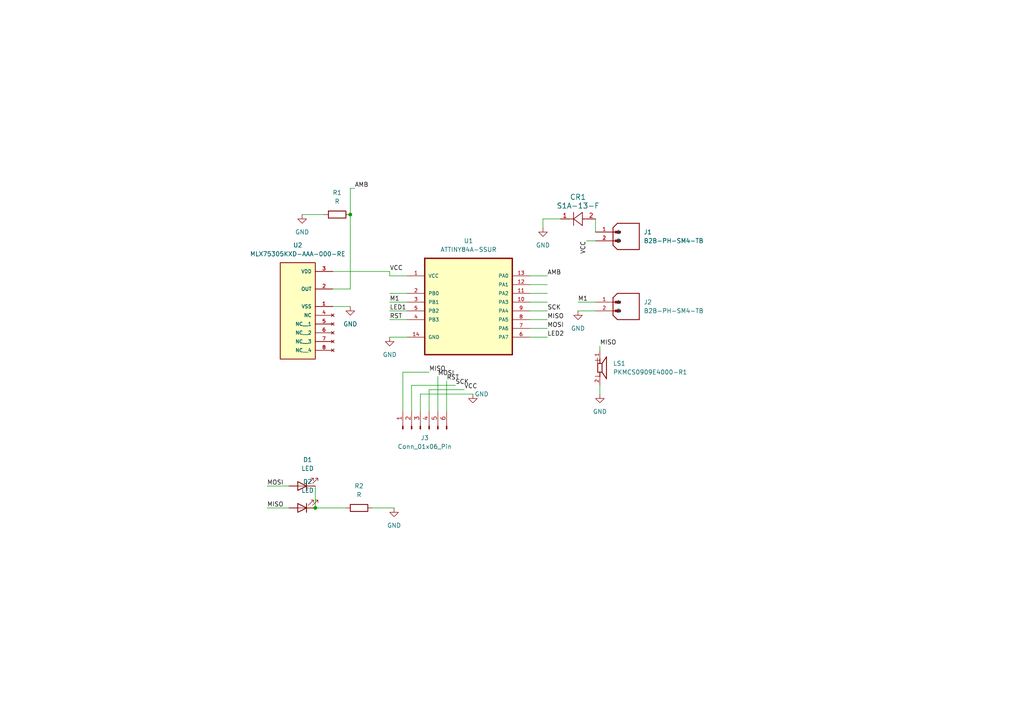
<source format=kicad_sch>
(kicad_sch (version 20230121) (generator eeschema)

  (uuid 94253f1c-f5f5-4d01-a40d-5fc11f8d42e4)

  (paper "A4")

  (lib_symbols
    (symbol "Connector:Conn_01x06_Pin" (pin_names (offset 1.016) hide) (in_bom yes) (on_board yes)
      (property "Reference" "J" (at 0 7.62 0)
        (effects (font (size 1.27 1.27)))
      )
      (property "Value" "Conn_01x06_Pin" (at 0 -10.16 0)
        (effects (font (size 1.27 1.27)))
      )
      (property "Footprint" "" (at 0 0 0)
        (effects (font (size 1.27 1.27)) hide)
      )
      (property "Datasheet" "~" (at 0 0 0)
        (effects (font (size 1.27 1.27)) hide)
      )
      (property "ki_locked" "" (at 0 0 0)
        (effects (font (size 1.27 1.27)))
      )
      (property "ki_keywords" "connector" (at 0 0 0)
        (effects (font (size 1.27 1.27)) hide)
      )
      (property "ki_description" "Generic connector, single row, 01x06, script generated" (at 0 0 0)
        (effects (font (size 1.27 1.27)) hide)
      )
      (property "ki_fp_filters" "Connector*:*_1x??_*" (at 0 0 0)
        (effects (font (size 1.27 1.27)) hide)
      )
      (symbol "Conn_01x06_Pin_1_1"
        (polyline
          (pts
            (xy 1.27 -7.62)
            (xy 0.8636 -7.62)
          )
          (stroke (width 0.1524) (type default))
          (fill (type none))
        )
        (polyline
          (pts
            (xy 1.27 -5.08)
            (xy 0.8636 -5.08)
          )
          (stroke (width 0.1524) (type default))
          (fill (type none))
        )
        (polyline
          (pts
            (xy 1.27 -2.54)
            (xy 0.8636 -2.54)
          )
          (stroke (width 0.1524) (type default))
          (fill (type none))
        )
        (polyline
          (pts
            (xy 1.27 0)
            (xy 0.8636 0)
          )
          (stroke (width 0.1524) (type default))
          (fill (type none))
        )
        (polyline
          (pts
            (xy 1.27 2.54)
            (xy 0.8636 2.54)
          )
          (stroke (width 0.1524) (type default))
          (fill (type none))
        )
        (polyline
          (pts
            (xy 1.27 5.08)
            (xy 0.8636 5.08)
          )
          (stroke (width 0.1524) (type default))
          (fill (type none))
        )
        (rectangle (start 0.8636 -7.493) (end 0 -7.747)
          (stroke (width 0.1524) (type default))
          (fill (type outline))
        )
        (rectangle (start 0.8636 -4.953) (end 0 -5.207)
          (stroke (width 0.1524) (type default))
          (fill (type outline))
        )
        (rectangle (start 0.8636 -2.413) (end 0 -2.667)
          (stroke (width 0.1524) (type default))
          (fill (type outline))
        )
        (rectangle (start 0.8636 0.127) (end 0 -0.127)
          (stroke (width 0.1524) (type default))
          (fill (type outline))
        )
        (rectangle (start 0.8636 2.667) (end 0 2.413)
          (stroke (width 0.1524) (type default))
          (fill (type outline))
        )
        (rectangle (start 0.8636 5.207) (end 0 4.953)
          (stroke (width 0.1524) (type default))
          (fill (type outline))
        )
        (pin passive line (at 5.08 5.08 180) (length 3.81)
          (name "Pin_1" (effects (font (size 1.27 1.27))))
          (number "1" (effects (font (size 1.27 1.27))))
        )
        (pin passive line (at 5.08 2.54 180) (length 3.81)
          (name "Pin_2" (effects (font (size 1.27 1.27))))
          (number "2" (effects (font (size 1.27 1.27))))
        )
        (pin passive line (at 5.08 0 180) (length 3.81)
          (name "Pin_3" (effects (font (size 1.27 1.27))))
          (number "3" (effects (font (size 1.27 1.27))))
        )
        (pin passive line (at 5.08 -2.54 180) (length 3.81)
          (name "Pin_4" (effects (font (size 1.27 1.27))))
          (number "4" (effects (font (size 1.27 1.27))))
        )
        (pin passive line (at 5.08 -5.08 180) (length 3.81)
          (name "Pin_5" (effects (font (size 1.27 1.27))))
          (number "5" (effects (font (size 1.27 1.27))))
        )
        (pin passive line (at 5.08 -7.62 180) (length 3.81)
          (name "Pin_6" (effects (font (size 1.27 1.27))))
          (number "6" (effects (font (size 1.27 1.27))))
        )
      )
    )
    (symbol "Device:LED" (pin_numbers hide) (pin_names (offset 1.016) hide) (in_bom yes) (on_board yes)
      (property "Reference" "D" (at 0 2.54 0)
        (effects (font (size 1.27 1.27)))
      )
      (property "Value" "LED" (at 0 -2.54 0)
        (effects (font (size 1.27 1.27)))
      )
      (property "Footprint" "" (at 0 0 0)
        (effects (font (size 1.27 1.27)) hide)
      )
      (property "Datasheet" "~" (at 0 0 0)
        (effects (font (size 1.27 1.27)) hide)
      )
      (property "ki_keywords" "LED diode" (at 0 0 0)
        (effects (font (size 1.27 1.27)) hide)
      )
      (property "ki_description" "Light emitting diode" (at 0 0 0)
        (effects (font (size 1.27 1.27)) hide)
      )
      (property "ki_fp_filters" "LED* LED_SMD:* LED_THT:*" (at 0 0 0)
        (effects (font (size 1.27 1.27)) hide)
      )
      (symbol "LED_0_1"
        (polyline
          (pts
            (xy -1.27 -1.27)
            (xy -1.27 1.27)
          )
          (stroke (width 0.254) (type default))
          (fill (type none))
        )
        (polyline
          (pts
            (xy -1.27 0)
            (xy 1.27 0)
          )
          (stroke (width 0) (type default))
          (fill (type none))
        )
        (polyline
          (pts
            (xy 1.27 -1.27)
            (xy 1.27 1.27)
            (xy -1.27 0)
            (xy 1.27 -1.27)
          )
          (stroke (width 0.254) (type default))
          (fill (type none))
        )
        (polyline
          (pts
            (xy -3.048 -0.762)
            (xy -4.572 -2.286)
            (xy -3.81 -2.286)
            (xy -4.572 -2.286)
            (xy -4.572 -1.524)
          )
          (stroke (width 0) (type default))
          (fill (type none))
        )
        (polyline
          (pts
            (xy -1.778 -0.762)
            (xy -3.302 -2.286)
            (xy -2.54 -2.286)
            (xy -3.302 -2.286)
            (xy -3.302 -1.524)
          )
          (stroke (width 0) (type default))
          (fill (type none))
        )
      )
      (symbol "LED_1_1"
        (pin passive line (at -3.81 0 0) (length 2.54)
          (name "K" (effects (font (size 1.27 1.27))))
          (number "1" (effects (font (size 1.27 1.27))))
        )
        (pin passive line (at 3.81 0 180) (length 2.54)
          (name "A" (effects (font (size 1.27 1.27))))
          (number "2" (effects (font (size 1.27 1.27))))
        )
      )
    )
    (symbol "Device:R" (pin_numbers hide) (pin_names (offset 0)) (in_bom yes) (on_board yes)
      (property "Reference" "R" (at 2.032 0 90)
        (effects (font (size 1.27 1.27)))
      )
      (property "Value" "R" (at 0 0 90)
        (effects (font (size 1.27 1.27)))
      )
      (property "Footprint" "" (at -1.778 0 90)
        (effects (font (size 1.27 1.27)) hide)
      )
      (property "Datasheet" "~" (at 0 0 0)
        (effects (font (size 1.27 1.27)) hide)
      )
      (property "ki_keywords" "R res resistor" (at 0 0 0)
        (effects (font (size 1.27 1.27)) hide)
      )
      (property "ki_description" "Resistor" (at 0 0 0)
        (effects (font (size 1.27 1.27)) hide)
      )
      (property "ki_fp_filters" "R_*" (at 0 0 0)
        (effects (font (size 1.27 1.27)) hide)
      )
      (symbol "R_0_1"
        (rectangle (start -1.016 -2.54) (end 1.016 2.54)
          (stroke (width 0.254) (type default))
          (fill (type none))
        )
      )
      (symbol "R_1_1"
        (pin passive line (at 0 3.81 270) (length 1.27)
          (name "~" (effects (font (size 1.27 1.27))))
          (number "1" (effects (font (size 1.27 1.27))))
        )
        (pin passive line (at 0 -3.81 90) (length 1.27)
          (name "~" (effects (font (size 1.27 1.27))))
          (number "2" (effects (font (size 1.27 1.27))))
        )
      )
    )
    (symbol "New_Library:ATTINY84A-SSUR" (pin_names (offset 1.016)) (in_bom yes) (on_board yes)
      (property "Reference" "U" (at -5.7181 12.5037 0)
        (effects (font (size 1.27 1.27)) (justify left bottom))
      )
      (property "Value" "ATTINY84A-SSUR" (at -4.0465 -22.2429 0)
        (effects (font (size 1.27 1.27)) (justify left bottom))
      )
      (property "Footprint" "ATTINY84A-SSUR:SOIC127P600X175-14N" (at 0 0 0)
        (effects (font (size 1.27 1.27)) (justify bottom) hide)
      )
      (property "Datasheet" "" (at 0 0 0)
        (effects (font (size 1.27 1.27)) hide)
      )
      (property "MPN" "ATTINY84A-SSUR" (at 0 0 0)
        (effects (font (size 1.27 1.27)) (justify bottom) hide)
      )
      (property "OC_FARNELL" "1636955" (at 0 0 0)
        (effects (font (size 1.27 1.27)) (justify bottom) hide)
      )
      (property "OC_NEWARK" "03P2040" (at 0 0 0)
        (effects (font (size 1.27 1.27)) (justify bottom) hide)
      )
      (property "SUPPLIER" "Atmel" (at 0 0 0)
        (effects (font (size 1.27 1.27)) (justify bottom) hide)
      )
      (property "PACKAGE" "SOIC-14" (at 0 0 0)
        (effects (font (size 1.27 1.27)) (justify bottom) hide)
      )
      (symbol "ATTINY84A-SSUR_0_0"
        (rectangle (start -12.7 -17.78) (end 12.7 10.16)
          (stroke (width 0.4064) (type default))
          (fill (type background))
        )
        (pin power_in line (at -17.78 5.08 0) (length 5.08)
          (name "VCC" (effects (font (size 1.016 1.016))))
          (number "1" (effects (font (size 1.016 1.016))))
        )
        (pin bidirectional line (at 17.78 -2.54 180) (length 5.08)
          (name "PA3" (effects (font (size 1.016 1.016))))
          (number "10" (effects (font (size 1.016 1.016))))
        )
        (pin bidirectional line (at 17.78 0 180) (length 5.08)
          (name "PA2" (effects (font (size 1.016 1.016))))
          (number "11" (effects (font (size 1.016 1.016))))
        )
        (pin bidirectional line (at 17.78 2.54 180) (length 5.08)
          (name "PA1" (effects (font (size 1.016 1.016))))
          (number "12" (effects (font (size 1.016 1.016))))
        )
        (pin bidirectional line (at 17.78 5.08 180) (length 5.08)
          (name "PA0" (effects (font (size 1.016 1.016))))
          (number "13" (effects (font (size 1.016 1.016))))
        )
        (pin passive line (at -17.78 -12.7 0) (length 5.08)
          (name "GND" (effects (font (size 1.016 1.016))))
          (number "14" (effects (font (size 1.016 1.016))))
        )
        (pin bidirectional line (at -17.78 0 0) (length 5.08)
          (name "PB0" (effects (font (size 1.016 1.016))))
          (number "2" (effects (font (size 1.016 1.016))))
        )
        (pin bidirectional line (at -17.78 -2.54 0) (length 5.08)
          (name "PB1" (effects (font (size 1.016 1.016))))
          (number "3" (effects (font (size 1.016 1.016))))
        )
        (pin bidirectional line (at -17.78 -7.62 0) (length 5.08)
          (name "PB3" (effects (font (size 1.016 1.016))))
          (number "4" (effects (font (size 1.016 1.016))))
        )
        (pin bidirectional line (at -17.78 -5.08 0) (length 5.08)
          (name "PB2" (effects (font (size 1.016 1.016))))
          (number "5" (effects (font (size 1.016 1.016))))
        )
        (pin bidirectional line (at 17.78 -12.7 180) (length 5.08)
          (name "PA7" (effects (font (size 1.016 1.016))))
          (number "6" (effects (font (size 1.016 1.016))))
        )
        (pin bidirectional line (at 17.78 -10.16 180) (length 5.08)
          (name "PA6" (effects (font (size 1.016 1.016))))
          (number "7" (effects (font (size 1.016 1.016))))
        )
        (pin bidirectional line (at 17.78 -7.62 180) (length 5.08)
          (name "PA5" (effects (font (size 1.016 1.016))))
          (number "8" (effects (font (size 1.016 1.016))))
        )
        (pin bidirectional line (at 17.78 -5.08 180) (length 5.08)
          (name "PA4" (effects (font (size 1.016 1.016))))
          (number "9" (effects (font (size 1.016 1.016))))
        )
      )
    )
    (symbol "New_Library:B2B-PH-SM4-TB" (pin_names (offset 1.016)) (in_bom yes) (on_board yes)
      (property "Reference" "J" (at 0 6.35 0)
        (effects (font (size 1.27 1.27)) (justify left bottom))
      )
      (property "Value" "B2B-PH-SM4-TB" (at 0 -5.08 0)
        (effects (font (size 1.27 1.27)) (justify left bottom))
      )
      (property "Footprint" "B2B-PH-SM4-TB:JST_B2B-PH-SM4-TB" (at 0 0 0)
        (effects (font (size 1.27 1.27)) (justify bottom) hide)
      )
      (property "Datasheet" "" (at 0 0 0)
        (effects (font (size 1.27 1.27)) hide)
      )
      (property "PARTREV" "N/A" (at 0 0 0)
        (effects (font (size 1.27 1.27)) (justify bottom) hide)
      )
      (property "MANUFACTURER" "JST" (at 0 0 0)
        (effects (font (size 1.27 1.27)) (justify bottom) hide)
      )
      (property "MAXIMUM_PACKAGE_HEIGHT" "6.6 mm" (at 0 0 0)
        (effects (font (size 1.27 1.27)) (justify bottom) hide)
      )
      (property "STANDARD" "Manufacturer Recommendations" (at 0 0 0)
        (effects (font (size 1.27 1.27)) (justify bottom) hide)
      )
      (symbol "B2B-PH-SM4-TB_0_0"
        (polyline
          (pts
            (xy 0 -1.27)
            (xy 1.27 -2.54)
          )
          (stroke (width 0.254) (type default))
          (fill (type none))
        )
        (polyline
          (pts
            (xy 0 0)
            (xy 1.905 0)
          )
          (stroke (width 0.254) (type default))
          (fill (type none))
        )
        (polyline
          (pts
            (xy 0 2.54)
            (xy 0 -1.27)
          )
          (stroke (width 0.254) (type default))
          (fill (type none))
        )
        (polyline
          (pts
            (xy 0 2.54)
            (xy 1.905 2.54)
          )
          (stroke (width 0.254) (type default))
          (fill (type none))
        )
        (polyline
          (pts
            (xy 0 3.81)
            (xy 0 2.54)
          )
          (stroke (width 0.254) (type default))
          (fill (type none))
        )
        (polyline
          (pts
            (xy 0 3.81)
            (xy 1.27 5.08)
          )
          (stroke (width 0.254) (type default))
          (fill (type none))
        )
        (polyline
          (pts
            (xy 1.27 -2.54)
            (xy 7.62 -2.54)
          )
          (stroke (width 0.254) (type default))
          (fill (type none))
        )
        (polyline
          (pts
            (xy 7.62 -2.54)
            (xy 7.62 5.08)
          )
          (stroke (width 0.254) (type default))
          (fill (type none))
        )
        (polyline
          (pts
            (xy 7.62 5.08)
            (xy 1.27 5.08)
          )
          (stroke (width 0.254) (type default))
          (fill (type none))
        )
        (rectangle (start 0.635 -0.3175) (end 2.2225 0.3175)
          (stroke (width 0.1) (type default))
          (fill (type outline))
        )
        (rectangle (start 0.635 2.2225) (end 2.2225 2.8575)
          (stroke (width 0.1) (type default))
          (fill (type outline))
        )
        (pin passive line (at -5.08 2.54 0) (length 5.08)
          (name "1" (effects (font (size 1.016 1.016))))
          (number "1" (effects (font (size 1.016 1.016))))
        )
        (pin passive line (at -5.08 0 0) (length 5.08)
          (name "2" (effects (font (size 1.016 1.016))))
          (number "2" (effects (font (size 1.016 1.016))))
        )
      )
    )
    (symbol "New_Library:MLX75305KXD-AAA-000-RE" (pin_names (offset 1.016)) (in_bom yes) (on_board yes)
      (property "Reference" "U" (at -5.08 8.128 0)
        (effects (font (size 1.27 1.27)) (justify left bottom))
      )
      (property "Value" "MLX75305KXD-AAA-000-RE" (at -5.08 -22.86 0)
        (effects (font (size 1.27 1.27)) (justify left bottom))
      )
      (property "Footprint" "MLX75305KXD-AAA-000-RE:SOIC127P599X175-8N" (at 0 0 0)
        (effects (font (size 1.27 1.27)) (justify bottom) hide)
      )
      (property "Datasheet" "" (at 0 0 0)
        (effects (font (size 1.27 1.27)) hide)
      )
      (property "PARTREV" "REVISION 9 - OCTOBER 17, 2016" (at 0 0 0)
        (effects (font (size 1.27 1.27)) (justify bottom) hide)
      )
      (property "STANDARD" "IPC 7351B" (at 0 0 0)
        (effects (font (size 1.27 1.27)) (justify bottom) hide)
      )
      (property "MAXIMUM_PACKAGE_HEIGHT" "1.55mm" (at 0 0 0)
        (effects (font (size 1.27 1.27)) (justify bottom) hide)
      )
      (property "MANUFACTURER" "Melexis Technologies NV" (at 0 0 0)
        (effects (font (size 1.27 1.27)) (justify bottom) hide)
      )
      (symbol "MLX75305KXD-AAA-000-RE_0_0"
        (rectangle (start -5.08 -20.32) (end 5.08 7.62)
          (stroke (width 0.254) (type default))
          (fill (type background))
        )
        (pin power_in line (at 10.16 -5.08 180) (length 5.08)
          (name "VSS" (effects (font (size 1.016 1.016))))
          (number "1" (effects (font (size 1.016 1.016))))
        )
        (pin output line (at 10.16 0 180) (length 5.08)
          (name "OUT" (effects (font (size 1.016 1.016))))
          (number "2" (effects (font (size 1.016 1.016))))
        )
        (pin power_in line (at 10.16 5.08 180) (length 5.08)
          (name "VDD" (effects (font (size 1.016 1.016))))
          (number "3" (effects (font (size 1.016 1.016))))
        )
        (pin no_connect line (at 10.16 -7.62 180) (length 5.08)
          (name "NC" (effects (font (size 1.016 1.016))))
          (number "4" (effects (font (size 1.016 1.016))))
        )
        (pin no_connect line (at 10.16 -10.16 180) (length 5.08)
          (name "NC__1" (effects (font (size 1.016 1.016))))
          (number "5" (effects (font (size 1.016 1.016))))
        )
        (pin no_connect line (at 10.16 -12.7 180) (length 5.08)
          (name "NC__2" (effects (font (size 1.016 1.016))))
          (number "6" (effects (font (size 1.016 1.016))))
        )
        (pin no_connect line (at 10.16 -15.24 180) (length 5.08)
          (name "NC__3" (effects (font (size 1.016 1.016))))
          (number "7" (effects (font (size 1.016 1.016))))
        )
        (pin no_connect line (at 10.16 -17.78 180) (length 5.08)
          (name "NC__4" (effects (font (size 1.016 1.016))))
          (number "8" (effects (font (size 1.016 1.016))))
        )
      )
    )
    (symbol "New_Library:PKMCS0909E4000-R1" (pin_names (offset 1.016)) (in_bom yes) (on_board yes)
      (property "Reference" "LS" (at -3.82 8.9133 0)
        (effects (font (size 1.27 1.27)) (justify left bottom))
      )
      (property "Value" "PKMCS0909E4000-R1" (at -3.823 -11.469 0)
        (effects (font (size 1.27 1.27)) (justify left bottom))
      )
      (property "Footprint" "PKMCS0909E4000-R1:SPKR_PKMCS0909E4000-R1" (at 0 0 0)
        (effects (font (size 1.27 1.27)) (justify bottom) hide)
      )
      (property "Datasheet" "" (at 0 0 0)
        (effects (font (size 1.27 1.27)) hide)
      )
      (property "PARTREV" "May 22, 2020" (at 0 0 0)
        (effects (font (size 1.27 1.27)) (justify bottom) hide)
      )
      (property "MANUFACTURER" "Murata Electronics" (at 0 0 0)
        (effects (font (size 1.27 1.27)) (justify bottom) hide)
      )
      (property "MAXIMUM_PACKAGE_HEIGHT" "1.9 mm" (at 0 0 0)
        (effects (font (size 1.27 1.27)) (justify bottom) hide)
      )
      (property "STANDARD" "Manufacturer Recommendations" (at 0 0 0)
        (effects (font (size 1.27 1.27)) (justify bottom) hide)
      )
      (symbol "PKMCS0909E4000-R1_0_0"
        (polyline
          (pts
            (xy -0.635 -1.27)
            (xy -0.635 1.27)
          )
          (stroke (width 0.254) (type default))
          (fill (type none))
        )
        (polyline
          (pts
            (xy -0.635 1.27)
            (xy 0 1.27)
          )
          (stroke (width 0.254) (type default))
          (fill (type none))
        )
        (polyline
          (pts
            (xy 0 -1.27)
            (xy -0.635 -1.27)
          )
          (stroke (width 0.254) (type default))
          (fill (type none))
        )
        (polyline
          (pts
            (xy 0 -1.27)
            (xy 0 -2.54)
          )
          (stroke (width 0.254) (type default))
          (fill (type none))
        )
        (polyline
          (pts
            (xy 0 1.27)
            (xy 0 2.54)
          )
          (stroke (width 0.254) (type default))
          (fill (type none))
        )
        (polyline
          (pts
            (xy 0 1.27)
            (xy 0.635 1.27)
          )
          (stroke (width 0.254) (type default))
          (fill (type none))
        )
        (polyline
          (pts
            (xy 0.635 -1.27)
            (xy 0 -1.27)
          )
          (stroke (width 0.254) (type default))
          (fill (type none))
        )
        (polyline
          (pts
            (xy 0.635 1.27)
            (xy 0.635 -1.27)
          )
          (stroke (width 0.254) (type default))
          (fill (type none))
        )
        (polyline
          (pts
            (xy 0.635 1.27)
            (xy 1.905 3.175)
          )
          (stroke (width 0.254) (type default))
          (fill (type none))
        )
        (polyline
          (pts
            (xy 1.905 -3.175)
            (xy 0.635 -1.27)
          )
          (stroke (width 0.254) (type default))
          (fill (type none))
        )
        (polyline
          (pts
            (xy 1.905 3.175)
            (xy 1.905 -3.175)
          )
          (stroke (width 0.254) (type default))
          (fill (type none))
        )
        (text "+" (at -1.905 1.27 0)
          (effects (font (size 1.778 1.778)) (justify left bottom))
        )
        (text "-" (at -1.905 -1.27 0)
          (effects (font (size 1.778 1.778)) (justify left top))
        )
        (pin passive line (at 0 5.08 270) (length 2.54)
          (name "~" (effects (font (size 1.016 1.016))))
          (number "1" (effects (font (size 1.016 1.016))))
        )
        (pin passive line (at 0 -5.08 90) (length 2.54)
          (name "~" (effects (font (size 1.016 1.016))))
          (number "2" (effects (font (size 1.016 1.016))))
        )
      )
    )
    (symbol "New_Library:S1A-13-F" (pin_names (offset 0.254)) (in_bom yes) (on_board yes)
      (property "Reference" "CR" (at 5.08 4.445 0)
        (effects (font (size 1.524 1.524)))
      )
      (property "Value" "S1A-13-F" (at 5.08 -3.81 0)
        (effects (font (size 1.524 1.524)))
      )
      (property "Footprint" "SMA_DIO" (at 0 0 0)
        (effects (font (size 1.27 1.27) italic) hide)
      )
      (property "Datasheet" "S1A-13-F" (at 0 0 0)
        (effects (font (size 1.27 1.27) italic) hide)
      )
      (property "ki_locked" "" (at 0 0 0)
        (effects (font (size 1.27 1.27)))
      )
      (property "ki_keywords" "S1A-13-F" (at 0 0 0)
        (effects (font (size 1.27 1.27)) hide)
      )
      (property "ki_fp_filters" "SMA_DIO SMA_DIO-M SMA_DIO-L" (at 0 0 0)
        (effects (font (size 1.27 1.27)) hide)
      )
      (symbol "S1A-13-F_1_1"
        (polyline
          (pts
            (xy 2.54 0)
            (xy 3.4798 0)
          )
          (stroke (width 0.2032) (type default))
          (fill (type none))
        )
        (polyline
          (pts
            (xy 3.175 0)
            (xy 3.81 0)
          )
          (stroke (width 0.2032) (type default))
          (fill (type none))
        )
        (polyline
          (pts
            (xy 3.81 -1.905)
            (xy 6.35 0)
          )
          (stroke (width 0.2032) (type default))
          (fill (type none))
        )
        (polyline
          (pts
            (xy 3.81 1.905)
            (xy 3.81 -1.905)
          )
          (stroke (width 0.2032) (type default))
          (fill (type none))
        )
        (polyline
          (pts
            (xy 6.35 -1.905)
            (xy 6.35 1.905)
          )
          (stroke (width 0.2032) (type default))
          (fill (type none))
        )
        (polyline
          (pts
            (xy 6.35 0)
            (xy 3.81 1.905)
          )
          (stroke (width 0.2032) (type default))
          (fill (type none))
        )
        (polyline
          (pts
            (xy 6.35 0)
            (xy 7.62 0)
          )
          (stroke (width 0.2032) (type default))
          (fill (type none))
        )
        (pin unspecified line (at 10.16 0 180) (length 2.54)
          (name "" (effects (font (size 1.27 1.27))))
          (number "1" (effects (font (size 1.27 1.27))))
        )
        (pin unspecified line (at 0 0 0) (length 2.54)
          (name "" (effects (font (size 1.27 1.27))))
          (number "2" (effects (font (size 1.27 1.27))))
        )
      )
      (symbol "S1A-13-F_1_2"
        (polyline
          (pts
            (xy -1.905 3.81)
            (xy 1.905 3.81)
          )
          (stroke (width 0.2032) (type default))
          (fill (type none))
        )
        (polyline
          (pts
            (xy 0 2.54)
            (xy 0 3.4798)
          )
          (stroke (width 0.2032) (type default))
          (fill (type none))
        )
        (polyline
          (pts
            (xy 0 3.175)
            (xy 0 3.81)
          )
          (stroke (width 0.2032) (type default))
          (fill (type none))
        )
        (polyline
          (pts
            (xy 0 6.35)
            (xy -1.905 3.81)
          )
          (stroke (width 0.2032) (type default))
          (fill (type none))
        )
        (polyline
          (pts
            (xy 0 6.35)
            (xy 0 7.62)
          )
          (stroke (width 0.2032) (type default))
          (fill (type none))
        )
        (polyline
          (pts
            (xy 1.905 3.81)
            (xy 0 6.35)
          )
          (stroke (width 0.2032) (type default))
          (fill (type none))
        )
        (polyline
          (pts
            (xy 1.905 6.35)
            (xy -1.905 6.35)
          )
          (stroke (width 0.2032) (type default))
          (fill (type none))
        )
        (pin unspecified line (at 0 10.16 270) (length 2.54)
          (name "" (effects (font (size 1.27 1.27))))
          (number "1" (effects (font (size 1.27 1.27))))
        )
        (pin unspecified line (at 0 0 90) (length 2.54)
          (name "" (effects (font (size 1.27 1.27))))
          (number "2" (effects (font (size 1.27 1.27))))
        )
      )
    )
    (symbol "power:GND" (power) (pin_names (offset 0)) (in_bom yes) (on_board yes)
      (property "Reference" "#PWR" (at 0 -6.35 0)
        (effects (font (size 1.27 1.27)) hide)
      )
      (property "Value" "GND" (at 0 -3.81 0)
        (effects (font (size 1.27 1.27)))
      )
      (property "Footprint" "" (at 0 0 0)
        (effects (font (size 1.27 1.27)) hide)
      )
      (property "Datasheet" "" (at 0 0 0)
        (effects (font (size 1.27 1.27)) hide)
      )
      (property "ki_keywords" "global power" (at 0 0 0)
        (effects (font (size 1.27 1.27)) hide)
      )
      (property "ki_description" "Power symbol creates a global label with name \"GND\" , ground" (at 0 0 0)
        (effects (font (size 1.27 1.27)) hide)
      )
      (symbol "GND_0_1"
        (polyline
          (pts
            (xy 0 0)
            (xy 0 -1.27)
            (xy 1.27 -1.27)
            (xy 0 -2.54)
            (xy -1.27 -1.27)
            (xy 0 -1.27)
          )
          (stroke (width 0) (type default))
          (fill (type none))
        )
      )
      (symbol "GND_1_1"
        (pin power_in line (at 0 0 270) (length 0) hide
          (name "GND" (effects (font (size 1.27 1.27))))
          (number "1" (effects (font (size 1.27 1.27))))
        )
      )
    )
  )

  (junction (at 101.6 62.23) (diameter 0) (color 0 0 0 0)
    (uuid 71b902e2-fc28-44c9-bd96-73fabac24248)
  )
  (junction (at 91.44 147.32) (diameter 0) (color 0 0 0 0)
    (uuid 8048f774-a0a4-4419-b699-469d7d54c8f4)
  )

  (wire (pts (xy 96.52 88.9) (xy 101.6 88.9))
    (stroke (width 0) (type default))
    (uuid 00e03511-143d-4626-abde-f08fbabb56b8)
  )
  (wire (pts (xy 157.48 63.5) (xy 162.56 63.5))
    (stroke (width 0) (type default))
    (uuid 01927979-35b4-44f5-b1ab-6a8961bcd43d)
  )
  (wire (pts (xy 173.99 100.33) (xy 173.99 101.6))
    (stroke (width 0) (type default))
    (uuid 027142d9-459c-4dee-b5c9-78b44060ee13)
  )
  (wire (pts (xy 172.72 63.5) (xy 172.72 67.31))
    (stroke (width 0) (type default))
    (uuid 02c0d21e-5b0a-4960-bdd2-80637b04803d)
  )
  (wire (pts (xy 153.67 95.25) (xy 158.75 95.25))
    (stroke (width 0) (type default))
    (uuid 033d9321-5b31-4883-b6a5-3e8321e6fc8d)
  )
  (wire (pts (xy 113.03 92.71) (xy 118.11 92.71))
    (stroke (width 0) (type default))
    (uuid 072de5de-1cd7-486d-99d6-cde35e79bbbe)
  )
  (wire (pts (xy 170.18 69.85) (xy 172.72 69.85))
    (stroke (width 0) (type default))
    (uuid 0e74e66c-52d3-4ecd-893f-884247cc0347)
  )
  (wire (pts (xy 77.47 147.32) (xy 83.82 147.32))
    (stroke (width 0) (type default))
    (uuid 1534d820-2b7e-4587-a371-4a5221dc7598)
  )
  (wire (pts (xy 101.6 83.82) (xy 101.6 62.23))
    (stroke (width 0) (type default))
    (uuid 1bed2611-f10d-4b39-9a47-6ab26f5accb5)
  )
  (wire (pts (xy 101.6 54.61) (xy 102.87 54.61))
    (stroke (width 0) (type default))
    (uuid 1d953de4-bcd3-4441-ace4-db60122ae7fc)
  )
  (wire (pts (xy 113.03 85.09) (xy 118.11 85.09))
    (stroke (width 0) (type default))
    (uuid 3336cf84-6ec2-4d85-bda6-70e17baf5286)
  )
  (wire (pts (xy 167.64 87.63) (xy 172.72 87.63))
    (stroke (width 0) (type default))
    (uuid 39eec4ec-18bd-4884-ab06-9c6fbc954b53)
  )
  (wire (pts (xy 157.48 66.04) (xy 157.48 63.5))
    (stroke (width 0) (type default))
    (uuid 3f2cd7f6-9111-4151-af71-840849550063)
  )
  (wire (pts (xy 91.44 147.32) (xy 100.33 147.32))
    (stroke (width 0) (type default))
    (uuid 40bfcce0-5997-4854-bf84-ef0f4e5d7408)
  )
  (wire (pts (xy 87.63 62.23) (xy 93.98 62.23))
    (stroke (width 0) (type default))
    (uuid 4afb6bb6-9de8-497b-a2f8-d6595cd9920b)
  )
  (wire (pts (xy 113.03 97.79) (xy 118.11 97.79))
    (stroke (width 0) (type default))
    (uuid 500486bb-8343-4ece-ac7a-e03db9e25de4)
  )
  (wire (pts (xy 124.46 113.03) (xy 124.46 119.38))
    (stroke (width 0) (type default))
    (uuid 52082b3e-fa7f-4b3d-a6b2-195938c31ead)
  )
  (wire (pts (xy 77.47 140.97) (xy 83.82 140.97))
    (stroke (width 0) (type default))
    (uuid 5337be93-e63a-428d-a036-40c46f0ac894)
  )
  (wire (pts (xy 121.92 119.38) (xy 121.92 114.3))
    (stroke (width 0) (type default))
    (uuid 5cb54381-5f51-449f-bddf-fc290457df48)
  )
  (wire (pts (xy 153.67 80.01) (xy 158.75 80.01))
    (stroke (width 0) (type default))
    (uuid 5ecd5ee6-952c-4ea8-afb6-5d2e388ee270)
  )
  (wire (pts (xy 153.67 90.17) (xy 158.75 90.17))
    (stroke (width 0) (type default))
    (uuid 609b234e-0739-45cb-af30-be4e9affb122)
  )
  (wire (pts (xy 91.44 140.97) (xy 91.44 147.32))
    (stroke (width 0) (type default))
    (uuid 62f81027-3eb9-4c63-89e7-9329a7ad2d09)
  )
  (wire (pts (xy 153.67 82.55) (xy 158.75 82.55))
    (stroke (width 0) (type default))
    (uuid 64420692-c8ac-4e5a-be0d-20f13bc094cf)
  )
  (wire (pts (xy 173.99 111.76) (xy 173.99 114.3))
    (stroke (width 0) (type default))
    (uuid 646c27c9-6017-4f20-8c52-8e59162639ad)
  )
  (wire (pts (xy 113.03 90.17) (xy 118.11 90.17))
    (stroke (width 0) (type default))
    (uuid 6852d491-1db9-4d86-b637-ceb1630039bc)
  )
  (wire (pts (xy 113.03 80.01) (xy 118.11 80.01))
    (stroke (width 0) (type default))
    (uuid 68cb0022-97d9-466c-a0e4-b68927f74665)
  )
  (wire (pts (xy 96.52 78.74) (xy 113.03 78.74))
    (stroke (width 0) (type default))
    (uuid 6f5df97b-92b4-434b-a821-262aea54dcd2)
  )
  (wire (pts (xy 121.92 114.3) (xy 137.16 114.3))
    (stroke (width 0) (type default))
    (uuid 74f6795f-a07e-4ff7-bc19-10e89f022386)
  )
  (wire (pts (xy 134.62 113.03) (xy 124.46 113.03))
    (stroke (width 0) (type default))
    (uuid 7ae8714a-5a0f-4380-b08b-cce6a7b00a2f)
  )
  (wire (pts (xy 153.67 87.63) (xy 158.75 87.63))
    (stroke (width 0) (type default))
    (uuid 7daa5f42-b229-429a-822d-cfa0254a78d1)
  )
  (wire (pts (xy 119.38 111.76) (xy 119.38 119.38))
    (stroke (width 0) (type default))
    (uuid 7dc1cd65-1119-4603-a482-05920d985e03)
  )
  (wire (pts (xy 96.52 83.82) (xy 101.6 83.82))
    (stroke (width 0) (type default))
    (uuid 8e42b3b1-dedf-4219-a6a2-13488588565c)
  )
  (wire (pts (xy 127 109.22) (xy 127 119.38))
    (stroke (width 0) (type default))
    (uuid 97ade9b9-b12c-4df8-af81-0ce872526bf0)
  )
  (wire (pts (xy 129.54 110.49) (xy 129.54 119.38))
    (stroke (width 0) (type default))
    (uuid 9c1bdd05-ac3d-4733-98e8-f1115f2e47c3)
  )
  (wire (pts (xy 113.03 87.63) (xy 118.11 87.63))
    (stroke (width 0) (type default))
    (uuid 9e8d2980-a157-4c50-8f51-3a9baf506b80)
  )
  (wire (pts (xy 153.67 92.71) (xy 158.75 92.71))
    (stroke (width 0) (type default))
    (uuid b2ac17b1-9bb6-41d8-aa2c-6fa3dc6a8821)
  )
  (wire (pts (xy 153.67 97.79) (xy 158.75 97.79))
    (stroke (width 0) (type default))
    (uuid b8d9535c-d544-4fce-b526-bbd26314d2e1)
  )
  (wire (pts (xy 153.67 85.09) (xy 158.75 85.09))
    (stroke (width 0) (type default))
    (uuid bbe22684-7b31-43a3-954b-f52a8b89c173)
  )
  (wire (pts (xy 113.03 78.74) (xy 113.03 80.01))
    (stroke (width 0) (type default))
    (uuid c1c7f008-c03d-4230-aba1-9827c1ccae4e)
  )
  (wire (pts (xy 167.64 90.17) (xy 172.72 90.17))
    (stroke (width 0) (type default))
    (uuid c48c4d6a-140f-485c-8312-9a3330df7fef)
  )
  (wire (pts (xy 107.95 147.32) (xy 114.3 147.32))
    (stroke (width 0) (type default))
    (uuid d3f5f881-8937-4b17-b980-2800056f458a)
  )
  (wire (pts (xy 101.6 62.23) (xy 101.6 54.61))
    (stroke (width 0) (type default))
    (uuid d7829e8f-a8b1-41f2-aba4-fa10b517fe41)
  )
  (wire (pts (xy 116.84 107.95) (xy 124.46 107.95))
    (stroke (width 0) (type default))
    (uuid e475ca8f-f06e-4622-9c52-08faafffbe1f)
  )
  (wire (pts (xy 132.08 111.76) (xy 119.38 111.76))
    (stroke (width 0) (type default))
    (uuid e87a6619-4571-498b-ad2f-21ef621bc6ea)
  )
  (wire (pts (xy 116.84 119.38) (xy 116.84 107.95))
    (stroke (width 0) (type default))
    (uuid ea841b0c-dd73-4c25-94e1-818a6f0ae2d5)
  )

  (label "MOSI" (at 158.75 95.25 0) (fields_autoplaced)
    (effects (font (size 1.27 1.27)) (justify left bottom))
    (uuid 0fed02bc-bca3-4bf1-a638-5bd5b576d126)
  )
  (label "M1" (at 167.64 87.63 0) (fields_autoplaced)
    (effects (font (size 1.27 1.27)) (justify left bottom))
    (uuid 123837e1-2488-4d26-9af4-46a1d70a2d12)
  )
  (label "RST" (at 113.03 92.71 0) (fields_autoplaced)
    (effects (font (size 1.27 1.27)) (justify left bottom))
    (uuid 15247fc1-23c7-4881-a528-2df9ffa7792b)
  )
  (label "MISO" (at 124.46 107.95 0) (fields_autoplaced)
    (effects (font (size 1.27 1.27)) (justify left bottom))
    (uuid 228ef959-a3bf-420d-98d6-31879292aa90)
  )
  (label "SCK" (at 132.08 111.76 0) (fields_autoplaced)
    (effects (font (size 1.27 1.27)) (justify left bottom))
    (uuid 36faaba7-f1f5-47b9-8418-2e3bb51e4f30)
  )
  (label "AMB" (at 102.87 54.61 0) (fields_autoplaced)
    (effects (font (size 1.27 1.27)) (justify left bottom))
    (uuid 4f0efe0e-8a10-4adb-93ab-19d66d350aa6)
  )
  (label "AMB" (at 158.75 80.01 0) (fields_autoplaced)
    (effects (font (size 1.27 1.27)) (justify left bottom))
    (uuid 624dc287-33bf-4495-866b-ad50ac6ac36d)
  )
  (label "MISO" (at 173.99 100.33 0) (fields_autoplaced)
    (effects (font (size 1.27 1.27)) (justify left bottom))
    (uuid 734d3c40-ed4f-4fb4-885b-228aea20f37e)
  )
  (label "VCC" (at 113.03 78.74 0) (fields_autoplaced)
    (effects (font (size 1.27 1.27)) (justify left bottom))
    (uuid 8fbc5bcb-440a-4ebb-b7ce-52711de1dcaa)
  )
  (label "MISO" (at 158.75 92.71 0) (fields_autoplaced)
    (effects (font (size 1.27 1.27)) (justify left bottom))
    (uuid a46d71c2-d545-4277-9be5-ae0fa8e07128)
  )
  (label "VCC" (at 170.18 69.85 270) (fields_autoplaced)
    (effects (font (size 1.27 1.27)) (justify right bottom))
    (uuid b4b6e683-a740-4445-9afb-4a5868d6e0ec)
  )
  (label "LED2" (at 158.75 97.79 0) (fields_autoplaced)
    (effects (font (size 1.27 1.27)) (justify left bottom))
    (uuid bb35bc39-f20e-4023-b5dc-211c473c976a)
  )
  (label "MOSI" (at 127 109.22 0) (fields_autoplaced)
    (effects (font (size 1.27 1.27)) (justify left bottom))
    (uuid ceb451e8-8131-40fd-95b6-c48f88a2650b)
  )
  (label "LED1" (at 113.03 90.17 0) (fields_autoplaced)
    (effects (font (size 1.27 1.27)) (justify left bottom))
    (uuid cfca7f1a-dff7-4da7-9685-e22e5beb10b0)
  )
  (label "RST" (at 129.54 110.49 0) (fields_autoplaced)
    (effects (font (size 1.27 1.27)) (justify left bottom))
    (uuid d26e8c7e-7415-4c39-9833-d95a087633e1)
  )
  (label "M1" (at 113.03 87.63 0) (fields_autoplaced)
    (effects (font (size 1.27 1.27)) (justify left bottom))
    (uuid dd08ffea-ad53-48f2-965f-38d482e36da2)
  )
  (label "VCC" (at 134.62 113.03 0) (fields_autoplaced)
    (effects (font (size 1.27 1.27)) (justify left bottom))
    (uuid e1e900dc-27d1-4540-8fb1-acf95b757c32)
  )
  (label "MOSI" (at 77.47 140.97 0) (fields_autoplaced)
    (effects (font (size 1.27 1.27)) (justify left bottom))
    (uuid eec4c7bb-33da-4a62-a7ac-6539e96547b2)
  )
  (label "SCK" (at 158.75 90.17 0) (fields_autoplaced)
    (effects (font (size 1.27 1.27)) (justify left bottom))
    (uuid f8c4ad3b-be82-468e-8732-39932bf54137)
  )
  (label "MISO" (at 77.47 147.32 0) (fields_autoplaced)
    (effects (font (size 1.27 1.27)) (justify left bottom))
    (uuid fe2aed71-fa18-4a08-a599-079ebfa89e16)
  )

  (symbol (lib_id "power:GND") (at 114.3 147.32 0) (unit 1)
    (in_bom yes) (on_board yes) (dnp no) (fields_autoplaced)
    (uuid 08d20b6d-f302-4889-b06e-3fa8a05f76f8)
    (property "Reference" "#PWR06" (at 114.3 153.67 0)
      (effects (font (size 1.27 1.27)) hide)
    )
    (property "Value" "GND" (at 114.3 152.4 0)
      (effects (font (size 1.27 1.27)))
    )
    (property "Footprint" "" (at 114.3 147.32 0)
      (effects (font (size 1.27 1.27)) hide)
    )
    (property "Datasheet" "" (at 114.3 147.32 0)
      (effects (font (size 1.27 1.27)) hide)
    )
    (pin "1" (uuid 45d6aa33-5cfb-45ea-bd17-49d419a5e594))
    (instances
      (project "bristleBot_V2"
        (path "/94253f1c-f5f5-4d01-a40d-5fc11f8d42e4"
          (reference "#PWR06") (unit 1)
        )
      )
    )
  )

  (symbol (lib_id "New_Library:S1A-13-F") (at 172.72 63.5 180) (unit 1)
    (in_bom yes) (on_board yes) (dnp no) (fields_autoplaced)
    (uuid 226f4f7d-29d7-4b11-b004-972e202e9cec)
    (property "Reference" "CR1" (at 167.64 57.15 0)
      (effects (font (size 1.524 1.524)))
    )
    (property "Value" "S1A-13-F" (at 167.64 59.69 0)
      (effects (font (size 1.524 1.524)))
    )
    (property "Footprint" "SMA_DIO" (at 172.72 63.5 0)
      (effects (font (size 1.27 1.27) italic) hide)
    )
    (property "Datasheet" "S1A-13-F" (at 172.72 63.5 0)
      (effects (font (size 1.27 1.27) italic) hide)
    )
    (pin "2" (uuid 735b17e7-df6e-46bf-a269-c656ce03684c))
    (pin "1" (uuid f7c6a434-79fa-4660-81d0-8d2211543dce))
    (instances
      (project "bristleBot_V2"
        (path "/94253f1c-f5f5-4d01-a40d-5fc11f8d42e4"
          (reference "CR1") (unit 1)
        )
      )
    )
  )

  (symbol (lib_id "Device:LED") (at 87.63 140.97 180) (unit 1)
    (in_bom yes) (on_board yes) (dnp no) (fields_autoplaced)
    (uuid 386a5427-5c5d-4d5d-b107-60d86786ada1)
    (property "Reference" "D1" (at 89.2175 133.35 0)
      (effects (font (size 1.27 1.27)))
    )
    (property "Value" "LED" (at 89.2175 135.89 0)
      (effects (font (size 1.27 1.27)))
    )
    (property "Footprint" "LED_SMD:LED_1206_3216Metric" (at 87.63 140.97 0)
      (effects (font (size 1.27 1.27)) hide)
    )
    (property "Datasheet" "~" (at 87.63 140.97 0)
      (effects (font (size 1.27 1.27)) hide)
    )
    (pin "2" (uuid c8924101-5365-4a8d-8914-763987aa3ec3))
    (pin "1" (uuid 96fdbadb-8317-4410-bf8c-ccad3957729a))
    (instances
      (project "bristleBot_V2"
        (path "/94253f1c-f5f5-4d01-a40d-5fc11f8d42e4"
          (reference "D1") (unit 1)
        )
      )
    )
  )

  (symbol (lib_id "power:GND") (at 173.99 114.3 0) (unit 1)
    (in_bom yes) (on_board yes) (dnp no) (fields_autoplaced)
    (uuid 3a90380d-2bad-4603-950e-ac78db62b1b4)
    (property "Reference" "#PWR03" (at 173.99 120.65 0)
      (effects (font (size 1.27 1.27)) hide)
    )
    (property "Value" "GND" (at 173.99 119.38 0)
      (effects (font (size 1.27 1.27)))
    )
    (property "Footprint" "" (at 173.99 114.3 0)
      (effects (font (size 1.27 1.27)) hide)
    )
    (property "Datasheet" "" (at 173.99 114.3 0)
      (effects (font (size 1.27 1.27)) hide)
    )
    (pin "1" (uuid fb067fe7-999f-4cee-a0e2-5f0a2b854908))
    (instances
      (project "bristleBot_V2"
        (path "/94253f1c-f5f5-4d01-a40d-5fc11f8d42e4"
          (reference "#PWR03") (unit 1)
        )
      )
    )
  )

  (symbol (lib_id "New_Library:B2B-PH-SM4-TB") (at 177.8 90.17 0) (unit 1)
    (in_bom yes) (on_board yes) (dnp no) (fields_autoplaced)
    (uuid 4786334d-faa9-4a48-89e2-7b9f26e9898f)
    (property "Reference" "J2" (at 186.69 87.63 0)
      (effects (font (size 1.27 1.27)) (justify left))
    )
    (property "Value" "B2B-PH-SM4-TB" (at 186.69 90.17 0)
      (effects (font (size 1.27 1.27)) (justify left))
    )
    (property "Footprint" "Library:JST_B2B-PH-SM4-TB" (at 177.8 90.17 0)
      (effects (font (size 1.27 1.27)) (justify bottom) hide)
    )
    (property "Datasheet" "" (at 177.8 90.17 0)
      (effects (font (size 1.27 1.27)) hide)
    )
    (property "PARTREV" "N/A" (at 177.8 90.17 0)
      (effects (font (size 1.27 1.27)) (justify bottom) hide)
    )
    (property "MANUFACTURER" "JST" (at 177.8 90.17 0)
      (effects (font (size 1.27 1.27)) (justify bottom) hide)
    )
    (property "MAXIMUM_PACKAGE_HEIGHT" "6.6 mm" (at 177.8 90.17 0)
      (effects (font (size 1.27 1.27)) (justify bottom) hide)
    )
    (property "STANDARD" "Manufacturer Recommendations" (at 177.8 90.17 0)
      (effects (font (size 1.27 1.27)) (justify bottom) hide)
    )
    (pin "2" (uuid f1a1ef74-a1ea-48d1-8abb-d42354ab1d33))
    (pin "1" (uuid 82ee6090-f76d-4220-b185-6ff1056598a8))
    (instances
      (project "bristleBot_V2"
        (path "/94253f1c-f5f5-4d01-a40d-5fc11f8d42e4"
          (reference "J2") (unit 1)
        )
      )
    )
  )

  (symbol (lib_id "power:GND") (at 101.6 88.9 0) (unit 1)
    (in_bom yes) (on_board yes) (dnp no) (fields_autoplaced)
    (uuid 47ee813c-0d66-4134-bb55-b10fee56b4fc)
    (property "Reference" "#PWR07" (at 101.6 95.25 0)
      (effects (font (size 1.27 1.27)) hide)
    )
    (property "Value" "GND" (at 101.6 93.98 0)
      (effects (font (size 1.27 1.27)))
    )
    (property "Footprint" "" (at 101.6 88.9 0)
      (effects (font (size 1.27 1.27)) hide)
    )
    (property "Datasheet" "" (at 101.6 88.9 0)
      (effects (font (size 1.27 1.27)) hide)
    )
    (pin "1" (uuid 0395ba23-a2bd-499c-8af2-84d8ea5e57b8))
    (instances
      (project "bristleBot_V2"
        (path "/94253f1c-f5f5-4d01-a40d-5fc11f8d42e4"
          (reference "#PWR07") (unit 1)
        )
      )
    )
  )

  (symbol (lib_id "power:GND") (at 137.16 114.3 0) (unit 1)
    (in_bom yes) (on_board yes) (dnp no)
    (uuid 53aa25b8-08cf-4f1c-b256-902cbebbc98c)
    (property "Reference" "#PWR02" (at 137.16 120.65 0)
      (effects (font (size 1.27 1.27)) hide)
    )
    (property "Value" "GND" (at 139.7 114.3 0)
      (effects (font (size 1.27 1.27)))
    )
    (property "Footprint" "" (at 137.16 114.3 0)
      (effects (font (size 1.27 1.27)) hide)
    )
    (property "Datasheet" "" (at 137.16 114.3 0)
      (effects (font (size 1.27 1.27)) hide)
    )
    (pin "1" (uuid 25a6e95f-c490-45cf-84e1-c52452dccea7))
    (instances
      (project "bristleBot_V2"
        (path "/94253f1c-f5f5-4d01-a40d-5fc11f8d42e4"
          (reference "#PWR02") (unit 1)
        )
      )
    )
  )

  (symbol (lib_id "Device:LED") (at 87.63 147.32 180) (unit 1)
    (in_bom yes) (on_board yes) (dnp no) (fields_autoplaced)
    (uuid 60aa743b-5755-4b80-9603-045690d514a9)
    (property "Reference" "D2" (at 89.2175 139.7 0)
      (effects (font (size 1.27 1.27)))
    )
    (property "Value" "LED" (at 89.2175 142.24 0)
      (effects (font (size 1.27 1.27)))
    )
    (property "Footprint" "LED_SMD:LED_1206_3216Metric" (at 87.63 147.32 0)
      (effects (font (size 1.27 1.27)) hide)
    )
    (property "Datasheet" "~" (at 87.63 147.32 0)
      (effects (font (size 1.27 1.27)) hide)
    )
    (pin "2" (uuid c8049f4b-7527-4ed5-8cf0-44545f5cd7cf))
    (pin "1" (uuid d6a84bb0-7ce1-4a0c-8ce2-946996fa0c1d))
    (instances
      (project "bristleBot_V2"
        (path "/94253f1c-f5f5-4d01-a40d-5fc11f8d42e4"
          (reference "D2") (unit 1)
        )
      )
    )
  )

  (symbol (lib_id "power:GND") (at 87.63 62.23 0) (unit 1)
    (in_bom yes) (on_board yes) (dnp no) (fields_autoplaced)
    (uuid 64f9ee86-903d-49a7-9228-6e7f0fffb8a0)
    (property "Reference" "#PWR08" (at 87.63 68.58 0)
      (effects (font (size 1.27 1.27)) hide)
    )
    (property "Value" "GND" (at 87.63 67.31 0)
      (effects (font (size 1.27 1.27)))
    )
    (property "Footprint" "" (at 87.63 62.23 0)
      (effects (font (size 1.27 1.27)) hide)
    )
    (property "Datasheet" "" (at 87.63 62.23 0)
      (effects (font (size 1.27 1.27)) hide)
    )
    (pin "1" (uuid 61590c17-390c-4fcd-bdcc-f07290bb96e6))
    (instances
      (project "bristleBot_V2"
        (path "/94253f1c-f5f5-4d01-a40d-5fc11f8d42e4"
          (reference "#PWR08") (unit 1)
        )
      )
    )
  )

  (symbol (lib_id "Connector:Conn_01x06_Pin") (at 121.92 124.46 90) (unit 1)
    (in_bom yes) (on_board yes) (dnp no) (fields_autoplaced)
    (uuid 6f8e9aee-1b00-488d-92ef-8d770be11e0e)
    (property "Reference" "J3" (at 123.19 127 90)
      (effects (font (size 1.27 1.27)))
    )
    (property "Value" "Conn_01x06_Pin" (at 123.19 129.54 90)
      (effects (font (size 1.27 1.27)))
    )
    (property "Footprint" "Connector_PinHeader_2.54mm:PinHeader_1x06_P2.54mm_Horizontal" (at 121.92 124.46 0)
      (effects (font (size 1.27 1.27)) hide)
    )
    (property "Datasheet" "~" (at 121.92 124.46 0)
      (effects (font (size 1.27 1.27)) hide)
    )
    (pin "3" (uuid 765c4982-2735-40e9-9d76-4938badb3b36))
    (pin "6" (uuid 423bf45b-813e-46ec-ae69-5ce17d4d8042))
    (pin "1" (uuid 0770955d-e276-44a5-b773-a1e8e765794f))
    (pin "2" (uuid c8dc9914-f8bc-4d88-aa9a-2928816b2e91))
    (pin "4" (uuid 2d9fd93d-3a35-472f-b958-cf0f9e843830))
    (pin "5" (uuid 23b05682-3eb0-4a75-86b4-f9f1692f1b6d))
    (instances
      (project "bristleBot_V2"
        (path "/94253f1c-f5f5-4d01-a40d-5fc11f8d42e4"
          (reference "J3") (unit 1)
        )
      )
    )
  )

  (symbol (lib_id "New_Library:PKMCS0909E4000-R1") (at 173.99 106.68 0) (unit 1)
    (in_bom yes) (on_board yes) (dnp no) (fields_autoplaced)
    (uuid 740968d7-95ab-4efe-935d-449835f0b532)
    (property "Reference" "LS1" (at 177.8 105.41 0)
      (effects (font (size 1.27 1.27)) (justify left))
    )
    (property "Value" "PKMCS0909E4000-R1" (at 177.8 107.95 0)
      (effects (font (size 1.27 1.27)) (justify left))
    )
    (property "Footprint" "Library:SPKR_PKMCS0909E4000-R1" (at 173.99 106.68 0)
      (effects (font (size 1.27 1.27)) (justify bottom) hide)
    )
    (property "Datasheet" "" (at 173.99 106.68 0)
      (effects (font (size 1.27 1.27)) hide)
    )
    (property "PARTREV" "May 22, 2020" (at 173.99 106.68 0)
      (effects (font (size 1.27 1.27)) (justify bottom) hide)
    )
    (property "MANUFACTURER" "Murata Electronics" (at 173.99 106.68 0)
      (effects (font (size 1.27 1.27)) (justify bottom) hide)
    )
    (property "MAXIMUM_PACKAGE_HEIGHT" "1.9 mm" (at 173.99 106.68 0)
      (effects (font (size 1.27 1.27)) (justify bottom) hide)
    )
    (property "STANDARD" "Manufacturer Recommendations" (at 173.99 106.68 0)
      (effects (font (size 1.27 1.27)) (justify bottom) hide)
    )
    (pin "1" (uuid fafa66da-68d6-4a4b-af4d-0e44453522a1))
    (pin "2" (uuid 6dacf8c5-6351-47be-950f-b317b520a7a6))
    (instances
      (project "bristleBot_V2"
        (path "/94253f1c-f5f5-4d01-a40d-5fc11f8d42e4"
          (reference "LS1") (unit 1)
        )
      )
    )
  )

  (symbol (lib_id "Device:R") (at 104.14 147.32 90) (unit 1)
    (in_bom yes) (on_board yes) (dnp no) (fields_autoplaced)
    (uuid 90933e03-dfc6-4411-9248-8e7b6c7c158f)
    (property "Reference" "R2" (at 104.14 140.97 90)
      (effects (font (size 1.27 1.27)))
    )
    (property "Value" "R" (at 104.14 143.51 90)
      (effects (font (size 1.27 1.27)))
    )
    (property "Footprint" "Resistor_SMD:R_0805_2012Metric" (at 104.14 149.098 90)
      (effects (font (size 1.27 1.27)) hide)
    )
    (property "Datasheet" "~" (at 104.14 147.32 0)
      (effects (font (size 1.27 1.27)) hide)
    )
    (pin "1" (uuid 4ee9ec6b-f7cb-45bf-ad20-a26fbd28020a))
    (pin "2" (uuid 20cdd31b-28d8-450b-95af-b37a5c870eb3))
    (instances
      (project "bristleBot_V2"
        (path "/94253f1c-f5f5-4d01-a40d-5fc11f8d42e4"
          (reference "R2") (unit 1)
        )
      )
    )
  )

  (symbol (lib_id "New_Library:ATTINY84A-SSUR") (at 135.89 85.09 0) (unit 1)
    (in_bom yes) (on_board yes) (dnp no) (fields_autoplaced)
    (uuid b5dcc487-4ec7-47a6-b9e9-83ffaca1976f)
    (property "Reference" "U1" (at 135.89 69.85 0)
      (effects (font (size 1.27 1.27)))
    )
    (property "Value" "ATTINY84A-SSUR" (at 135.89 72.39 0)
      (effects (font (size 1.27 1.27)))
    )
    (property "Footprint" "Library:SOIC127P600X175-14N" (at 135.89 85.09 0)
      (effects (font (size 1.27 1.27)) (justify bottom) hide)
    )
    (property "Datasheet" "" (at 135.89 85.09 0)
      (effects (font (size 1.27 1.27)) hide)
    )
    (property "MPN" "ATTINY84A-SSUR" (at 135.89 85.09 0)
      (effects (font (size 1.27 1.27)) (justify bottom) hide)
    )
    (property "OC_FARNELL" "1636955" (at 135.89 85.09 0)
      (effects (font (size 1.27 1.27)) (justify bottom) hide)
    )
    (property "OC_NEWARK" "03P2040" (at 135.89 85.09 0)
      (effects (font (size 1.27 1.27)) (justify bottom) hide)
    )
    (property "SUPPLIER" "Atmel" (at 135.89 85.09 0)
      (effects (font (size 1.27 1.27)) (justify bottom) hide)
    )
    (property "PACKAGE" "SOIC-14" (at 135.89 85.09 0)
      (effects (font (size 1.27 1.27)) (justify bottom) hide)
    )
    (pin "5" (uuid cfe1b1e5-1567-4dc3-ba5d-0de352b7b8d9))
    (pin "13" (uuid cb960052-8b19-43da-9272-33a4c3b2b6f3))
    (pin "14" (uuid dc878a1c-b109-4181-ad5b-fe2542fd768d))
    (pin "10" (uuid c5b941f6-33ce-4b2c-807f-94678af1ba48))
    (pin "6" (uuid d5410c7a-3dce-414e-a7bc-36773fecf912))
    (pin "11" (uuid bb5f0580-455a-4e3d-8492-de1bb234728f))
    (pin "12" (uuid 23226540-c555-4081-902b-05af73669d3b))
    (pin "2" (uuid 058ec22c-3746-4116-a55a-73b41a449e30))
    (pin "8" (uuid 4ea75ada-9680-492d-826a-73516cff36f8))
    (pin "3" (uuid 2473b9e2-cbf7-40f9-a000-bd507f309aef))
    (pin "1" (uuid fb007ae5-f1c1-4654-a758-551478ba8242))
    (pin "4" (uuid 31d790e4-0564-4610-ad87-2263719b1718))
    (pin "7" (uuid 691126cb-80eb-4141-8881-a9504b381e64))
    (pin "9" (uuid f3d255fc-9bf9-4341-b4bf-de9856ca2a97))
    (instances
      (project "bristleBot_V2"
        (path "/94253f1c-f5f5-4d01-a40d-5fc11f8d42e4"
          (reference "U1") (unit 1)
        )
      )
    )
  )

  (symbol (lib_id "New_Library:MLX75305KXD-AAA-000-RE") (at 86.36 83.82 0) (unit 1)
    (in_bom yes) (on_board yes) (dnp no) (fields_autoplaced)
    (uuid bb5ffd04-09d7-4bf2-82aa-6d52309a5c2e)
    (property "Reference" "U2" (at 86.36 71.12 0)
      (effects (font (size 1.27 1.27)))
    )
    (property "Value" "MLX75305KXD-AAA-000-RE" (at 86.36 73.66 0)
      (effects (font (size 1.27 1.27)))
    )
    (property "Footprint" "Library:SOIC127P599X175-8N" (at 86.36 83.82 0)
      (effects (font (size 1.27 1.27)) (justify bottom) hide)
    )
    (property "Datasheet" "" (at 86.36 83.82 0)
      (effects (font (size 1.27 1.27)) hide)
    )
    (property "PARTREV" "REVISION 9 - OCTOBER 17, 2016" (at 86.36 83.82 0)
      (effects (font (size 1.27 1.27)) (justify bottom) hide)
    )
    (property "STANDARD" "IPC 7351B" (at 86.36 83.82 0)
      (effects (font (size 1.27 1.27)) (justify bottom) hide)
    )
    (property "MAXIMUM_PACKAGE_HEIGHT" "1.55mm" (at 86.36 83.82 0)
      (effects (font (size 1.27 1.27)) (justify bottom) hide)
    )
    (property "MANUFACTURER" "Melexis Technologies NV" (at 86.36 83.82 0)
      (effects (font (size 1.27 1.27)) (justify bottom) hide)
    )
    (pin "5" (uuid db879f10-a5be-4cfd-9bd7-8430828b8852))
    (pin "4" (uuid 70a7ee6d-6852-4b98-8edf-0611f62bb15a))
    (pin "1" (uuid c3e52858-968a-47b4-aff2-b320a23f3e70))
    (pin "8" (uuid 6f4a5f94-0df7-4dd3-923a-509fcd03122f))
    (pin "6" (uuid e060bc90-85e2-4cbf-8a76-5a86b0890392))
    (pin "2" (uuid a063d982-e926-4de7-ab73-26fd577416d1))
    (pin "3" (uuid 21b35213-b2d7-48a1-b376-896ba42858a8))
    (pin "7" (uuid c53115b6-667f-4798-aa65-cf7b33d98429))
    (instances
      (project "bristleBot_V2"
        (path "/94253f1c-f5f5-4d01-a40d-5fc11f8d42e4"
          (reference "U2") (unit 1)
        )
      )
    )
  )

  (symbol (lib_id "power:GND") (at 167.64 90.17 0) (unit 1)
    (in_bom yes) (on_board yes) (dnp no) (fields_autoplaced)
    (uuid c88f653c-2df4-45fb-ac17-083a2162d4ba)
    (property "Reference" "#PWR04" (at 167.64 96.52 0)
      (effects (font (size 1.27 1.27)) hide)
    )
    (property "Value" "GND" (at 167.64 95.25 0)
      (effects (font (size 1.27 1.27)))
    )
    (property "Footprint" "" (at 167.64 90.17 0)
      (effects (font (size 1.27 1.27)) hide)
    )
    (property "Datasheet" "" (at 167.64 90.17 0)
      (effects (font (size 1.27 1.27)) hide)
    )
    (pin "1" (uuid acd319fc-5c77-4dd6-9817-2283ec6eb786))
    (instances
      (project "bristleBot_V2"
        (path "/94253f1c-f5f5-4d01-a40d-5fc11f8d42e4"
          (reference "#PWR04") (unit 1)
        )
      )
    )
  )

  (symbol (lib_id "power:GND") (at 113.03 97.79 0) (unit 1)
    (in_bom yes) (on_board yes) (dnp no) (fields_autoplaced)
    (uuid ce2f7f92-c7d1-42e4-b97c-1a54877310c3)
    (property "Reference" "#PWR05" (at 113.03 104.14 0)
      (effects (font (size 1.27 1.27)) hide)
    )
    (property "Value" "GND" (at 113.03 102.87 0)
      (effects (font (size 1.27 1.27)))
    )
    (property "Footprint" "" (at 113.03 97.79 0)
      (effects (font (size 1.27 1.27)) hide)
    )
    (property "Datasheet" "" (at 113.03 97.79 0)
      (effects (font (size 1.27 1.27)) hide)
    )
    (pin "1" (uuid b1b57113-7f42-4b34-becc-91744e125ea4))
    (instances
      (project "bristleBot_V2"
        (path "/94253f1c-f5f5-4d01-a40d-5fc11f8d42e4"
          (reference "#PWR05") (unit 1)
        )
      )
    )
  )

  (symbol (lib_id "Device:R") (at 97.79 62.23 90) (unit 1)
    (in_bom yes) (on_board yes) (dnp no) (fields_autoplaced)
    (uuid cf8ba8d1-fe76-46ab-86e5-a966879d3193)
    (property "Reference" "R1" (at 97.79 55.88 90)
      (effects (font (size 1.27 1.27)))
    )
    (property "Value" "R" (at 97.79 58.42 90)
      (effects (font (size 1.27 1.27)))
    )
    (property "Footprint" "Resistor_SMD:R_0805_2012Metric" (at 97.79 64.008 90)
      (effects (font (size 1.27 1.27)) hide)
    )
    (property "Datasheet" "~" (at 97.79 62.23 0)
      (effects (font (size 1.27 1.27)) hide)
    )
    (pin "2" (uuid 79247310-176c-4477-ad75-f29fbeadba6b))
    (pin "1" (uuid 44b3c1f6-f4f0-4991-9aa7-862a924e3d92))
    (instances
      (project "bristleBot_V2"
        (path "/94253f1c-f5f5-4d01-a40d-5fc11f8d42e4"
          (reference "R1") (unit 1)
        )
      )
    )
  )

  (symbol (lib_id "power:GND") (at 157.48 66.04 0) (unit 1)
    (in_bom yes) (on_board yes) (dnp no) (fields_autoplaced)
    (uuid dab55da9-b980-49ca-a24c-2b1fbc1e8614)
    (property "Reference" "#PWR01" (at 157.48 72.39 0)
      (effects (font (size 1.27 1.27)) hide)
    )
    (property "Value" "GND" (at 157.48 71.12 0)
      (effects (font (size 1.27 1.27)))
    )
    (property "Footprint" "" (at 157.48 66.04 0)
      (effects (font (size 1.27 1.27)) hide)
    )
    (property "Datasheet" "" (at 157.48 66.04 0)
      (effects (font (size 1.27 1.27)) hide)
    )
    (pin "1" (uuid 8c8c3cb7-dff8-474f-ad6c-d7708988a81d))
    (instances
      (project "bristleBot_V2"
        (path "/94253f1c-f5f5-4d01-a40d-5fc11f8d42e4"
          (reference "#PWR01") (unit 1)
        )
      )
    )
  )

  (symbol (lib_id "New_Library:B2B-PH-SM4-TB") (at 177.8 69.85 0) (unit 1)
    (in_bom yes) (on_board yes) (dnp no) (fields_autoplaced)
    (uuid f76a7969-91a8-46e7-961c-829bbf2cdbbf)
    (property "Reference" "J1" (at 186.69 67.31 0)
      (effects (font (size 1.27 1.27)) (justify left))
    )
    (property "Value" "B2B-PH-SM4-TB" (at 186.69 69.85 0)
      (effects (font (size 1.27 1.27)) (justify left))
    )
    (property "Footprint" "Library:JST_B2B-PH-SM4-TB" (at 177.8 69.85 0)
      (effects (font (size 1.27 1.27)) (justify bottom) hide)
    )
    (property "Datasheet" "" (at 177.8 69.85 0)
      (effects (font (size 1.27 1.27)) hide)
    )
    (property "PARTREV" "N/A" (at 177.8 69.85 0)
      (effects (font (size 1.27 1.27)) (justify bottom) hide)
    )
    (property "MANUFACTURER" "JST" (at 177.8 69.85 0)
      (effects (font (size 1.27 1.27)) (justify bottom) hide)
    )
    (property "MAXIMUM_PACKAGE_HEIGHT" "6.6 mm" (at 177.8 69.85 0)
      (effects (font (size 1.27 1.27)) (justify bottom) hide)
    )
    (property "STANDARD" "Manufacturer Recommendations" (at 177.8 69.85 0)
      (effects (font (size 1.27 1.27)) (justify bottom) hide)
    )
    (pin "2" (uuid 64836913-6322-4bb2-975b-7406147b1268))
    (pin "1" (uuid 63557a44-0871-4ddb-9a26-a8ae1371a4ef))
    (instances
      (project "bristleBot_V2"
        (path "/94253f1c-f5f5-4d01-a40d-5fc11f8d42e4"
          (reference "J1") (unit 1)
        )
      )
    )
  )

  (sheet_instances
    (path "/" (page "1"))
  )
)

</source>
